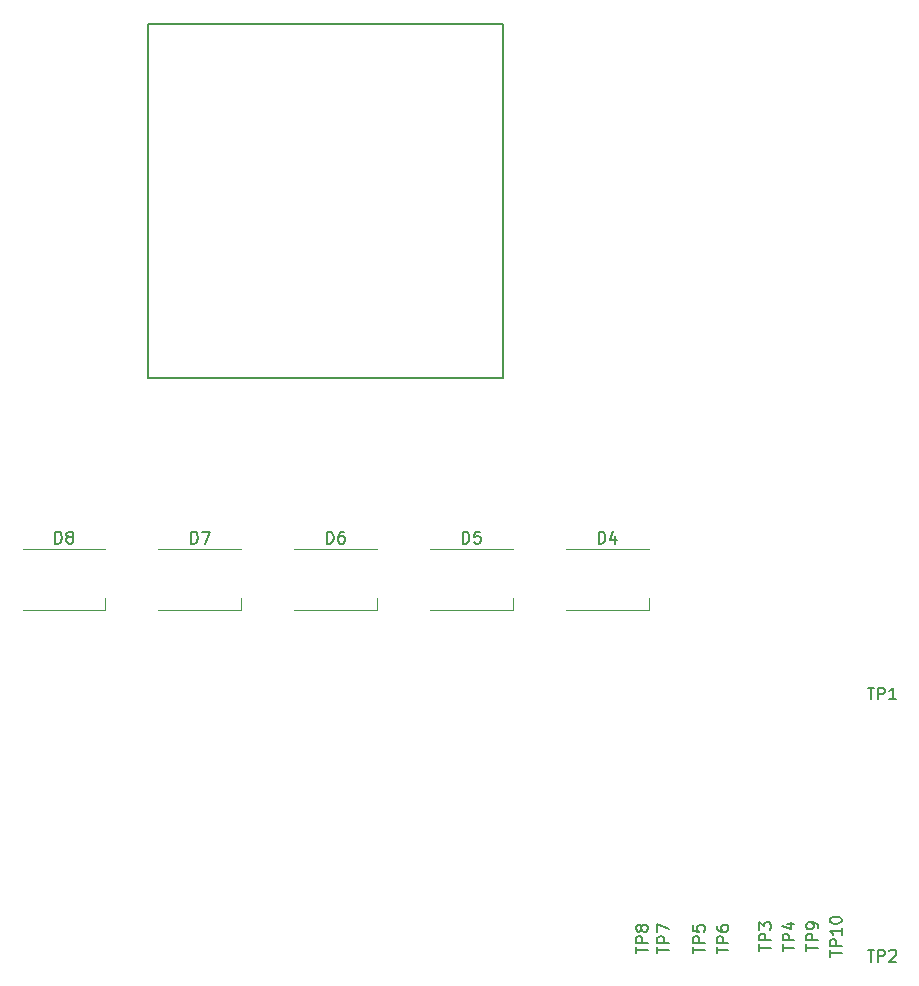
<source format=gto>
G04 #@! TF.FileFunction,Legend,Top*
%FSLAX46Y46*%
G04 Gerber Fmt 4.6, Leading zero omitted, Abs format (unit mm)*
G04 Created by KiCad (PCBNEW 4.0.7) date Thu Dec  7 16:12:30 2017*
%MOMM*%
%LPD*%
G01*
G04 APERTURE LIST*
%ADD10C,0.100000*%
%ADD11C,0.150000*%
%ADD12C,0.120000*%
G04 APERTURE END LIST*
D10*
D11*
X119650000Y-85550000D02*
X119650000Y-55550000D01*
X149650000Y-85550000D02*
X119650000Y-85550000D01*
X149650000Y-55550000D02*
X149650000Y-85550000D01*
X119650000Y-55550000D02*
X149650000Y-55550000D01*
D12*
X155000000Y-100000000D02*
X162000000Y-100000000D01*
X155000000Y-105200000D02*
X162000000Y-105200000D01*
X162000000Y-105200000D02*
X162000000Y-104200000D01*
X143500000Y-100000000D02*
X150500000Y-100000000D01*
X143500000Y-105200000D02*
X150500000Y-105200000D01*
X150500000Y-105200000D02*
X150500000Y-104200000D01*
X132000000Y-100000000D02*
X139000000Y-100000000D01*
X132000000Y-105200000D02*
X139000000Y-105200000D01*
X139000000Y-105200000D02*
X139000000Y-104200000D01*
X120500000Y-100000000D02*
X127500000Y-100000000D01*
X120500000Y-105200000D02*
X127500000Y-105200000D01*
X127500000Y-105200000D02*
X127500000Y-104200000D01*
X109000000Y-100000000D02*
X116000000Y-100000000D01*
X109000000Y-105200000D02*
X116000000Y-105200000D01*
X116000000Y-105200000D02*
X116000000Y-104200000D01*
D11*
X157761905Y-99552381D02*
X157761905Y-98552381D01*
X158000000Y-98552381D01*
X158142858Y-98600000D01*
X158238096Y-98695238D01*
X158285715Y-98790476D01*
X158333334Y-98980952D01*
X158333334Y-99123810D01*
X158285715Y-99314286D01*
X158238096Y-99409524D01*
X158142858Y-99504762D01*
X158000000Y-99552381D01*
X157761905Y-99552381D01*
X159190477Y-98885714D02*
X159190477Y-99552381D01*
X158952381Y-98504762D02*
X158714286Y-99219048D01*
X159333334Y-99219048D01*
X146261905Y-99552381D02*
X146261905Y-98552381D01*
X146500000Y-98552381D01*
X146642858Y-98600000D01*
X146738096Y-98695238D01*
X146785715Y-98790476D01*
X146833334Y-98980952D01*
X146833334Y-99123810D01*
X146785715Y-99314286D01*
X146738096Y-99409524D01*
X146642858Y-99504762D01*
X146500000Y-99552381D01*
X146261905Y-99552381D01*
X147738096Y-98552381D02*
X147261905Y-98552381D01*
X147214286Y-99028571D01*
X147261905Y-98980952D01*
X147357143Y-98933333D01*
X147595239Y-98933333D01*
X147690477Y-98980952D01*
X147738096Y-99028571D01*
X147785715Y-99123810D01*
X147785715Y-99361905D01*
X147738096Y-99457143D01*
X147690477Y-99504762D01*
X147595239Y-99552381D01*
X147357143Y-99552381D01*
X147261905Y-99504762D01*
X147214286Y-99457143D01*
X134761905Y-99552381D02*
X134761905Y-98552381D01*
X135000000Y-98552381D01*
X135142858Y-98600000D01*
X135238096Y-98695238D01*
X135285715Y-98790476D01*
X135333334Y-98980952D01*
X135333334Y-99123810D01*
X135285715Y-99314286D01*
X135238096Y-99409524D01*
X135142858Y-99504762D01*
X135000000Y-99552381D01*
X134761905Y-99552381D01*
X136190477Y-98552381D02*
X136000000Y-98552381D01*
X135904762Y-98600000D01*
X135857143Y-98647619D01*
X135761905Y-98790476D01*
X135714286Y-98980952D01*
X135714286Y-99361905D01*
X135761905Y-99457143D01*
X135809524Y-99504762D01*
X135904762Y-99552381D01*
X136095239Y-99552381D01*
X136190477Y-99504762D01*
X136238096Y-99457143D01*
X136285715Y-99361905D01*
X136285715Y-99123810D01*
X136238096Y-99028571D01*
X136190477Y-98980952D01*
X136095239Y-98933333D01*
X135904762Y-98933333D01*
X135809524Y-98980952D01*
X135761905Y-99028571D01*
X135714286Y-99123810D01*
X123261905Y-99552381D02*
X123261905Y-98552381D01*
X123500000Y-98552381D01*
X123642858Y-98600000D01*
X123738096Y-98695238D01*
X123785715Y-98790476D01*
X123833334Y-98980952D01*
X123833334Y-99123810D01*
X123785715Y-99314286D01*
X123738096Y-99409524D01*
X123642858Y-99504762D01*
X123500000Y-99552381D01*
X123261905Y-99552381D01*
X124166667Y-98552381D02*
X124833334Y-98552381D01*
X124404762Y-99552381D01*
X111761905Y-99552381D02*
X111761905Y-98552381D01*
X112000000Y-98552381D01*
X112142858Y-98600000D01*
X112238096Y-98695238D01*
X112285715Y-98790476D01*
X112333334Y-98980952D01*
X112333334Y-99123810D01*
X112285715Y-99314286D01*
X112238096Y-99409524D01*
X112142858Y-99504762D01*
X112000000Y-99552381D01*
X111761905Y-99552381D01*
X112904762Y-98980952D02*
X112809524Y-98933333D01*
X112761905Y-98885714D01*
X112714286Y-98790476D01*
X112714286Y-98742857D01*
X112761905Y-98647619D01*
X112809524Y-98600000D01*
X112904762Y-98552381D01*
X113095239Y-98552381D01*
X113190477Y-98600000D01*
X113238096Y-98647619D01*
X113285715Y-98742857D01*
X113285715Y-98790476D01*
X113238096Y-98885714D01*
X113190477Y-98933333D01*
X113095239Y-98980952D01*
X112904762Y-98980952D01*
X112809524Y-99028571D01*
X112761905Y-99076190D01*
X112714286Y-99171429D01*
X112714286Y-99361905D01*
X112761905Y-99457143D01*
X112809524Y-99504762D01*
X112904762Y-99552381D01*
X113095239Y-99552381D01*
X113190477Y-99504762D01*
X113238096Y-99457143D01*
X113285715Y-99361905D01*
X113285715Y-99171429D01*
X113238096Y-99076190D01*
X113190477Y-99028571D01*
X113095239Y-98980952D01*
X180538095Y-111752381D02*
X181109524Y-111752381D01*
X180823809Y-112752381D02*
X180823809Y-111752381D01*
X181442857Y-112752381D02*
X181442857Y-111752381D01*
X181823810Y-111752381D01*
X181919048Y-111800000D01*
X181966667Y-111847619D01*
X182014286Y-111942857D01*
X182014286Y-112085714D01*
X181966667Y-112180952D01*
X181919048Y-112228571D01*
X181823810Y-112276190D01*
X181442857Y-112276190D01*
X182966667Y-112752381D02*
X182395238Y-112752381D01*
X182680952Y-112752381D02*
X182680952Y-111752381D01*
X182585714Y-111895238D01*
X182490476Y-111990476D01*
X182395238Y-112038095D01*
X180538095Y-133952381D02*
X181109524Y-133952381D01*
X180823809Y-134952381D02*
X180823809Y-133952381D01*
X181442857Y-134952381D02*
X181442857Y-133952381D01*
X181823810Y-133952381D01*
X181919048Y-134000000D01*
X181966667Y-134047619D01*
X182014286Y-134142857D01*
X182014286Y-134285714D01*
X181966667Y-134380952D01*
X181919048Y-134428571D01*
X181823810Y-134476190D01*
X181442857Y-134476190D01*
X182395238Y-134047619D02*
X182442857Y-134000000D01*
X182538095Y-133952381D01*
X182776191Y-133952381D01*
X182871429Y-134000000D01*
X182919048Y-134047619D01*
X182966667Y-134142857D01*
X182966667Y-134238095D01*
X182919048Y-134380952D01*
X182347619Y-134952381D01*
X182966667Y-134952381D01*
X171352381Y-134061905D02*
X171352381Y-133490476D01*
X172352381Y-133776191D02*
X171352381Y-133776191D01*
X172352381Y-133157143D02*
X171352381Y-133157143D01*
X171352381Y-132776190D01*
X171400000Y-132680952D01*
X171447619Y-132633333D01*
X171542857Y-132585714D01*
X171685714Y-132585714D01*
X171780952Y-132633333D01*
X171828571Y-132680952D01*
X171876190Y-132776190D01*
X171876190Y-133157143D01*
X171352381Y-132252381D02*
X171352381Y-131633333D01*
X171733333Y-131966667D01*
X171733333Y-131823809D01*
X171780952Y-131728571D01*
X171828571Y-131680952D01*
X171923810Y-131633333D01*
X172161905Y-131633333D01*
X172257143Y-131680952D01*
X172304762Y-131728571D01*
X172352381Y-131823809D01*
X172352381Y-132109524D01*
X172304762Y-132204762D01*
X172257143Y-132252381D01*
X173352381Y-134061905D02*
X173352381Y-133490476D01*
X174352381Y-133776191D02*
X173352381Y-133776191D01*
X174352381Y-133157143D02*
X173352381Y-133157143D01*
X173352381Y-132776190D01*
X173400000Y-132680952D01*
X173447619Y-132633333D01*
X173542857Y-132585714D01*
X173685714Y-132585714D01*
X173780952Y-132633333D01*
X173828571Y-132680952D01*
X173876190Y-132776190D01*
X173876190Y-133157143D01*
X173685714Y-131728571D02*
X174352381Y-131728571D01*
X173304762Y-131966667D02*
X174019048Y-132204762D01*
X174019048Y-131585714D01*
X165752381Y-134261905D02*
X165752381Y-133690476D01*
X166752381Y-133976191D02*
X165752381Y-133976191D01*
X166752381Y-133357143D02*
X165752381Y-133357143D01*
X165752381Y-132976190D01*
X165800000Y-132880952D01*
X165847619Y-132833333D01*
X165942857Y-132785714D01*
X166085714Y-132785714D01*
X166180952Y-132833333D01*
X166228571Y-132880952D01*
X166276190Y-132976190D01*
X166276190Y-133357143D01*
X165752381Y-131880952D02*
X165752381Y-132357143D01*
X166228571Y-132404762D01*
X166180952Y-132357143D01*
X166133333Y-132261905D01*
X166133333Y-132023809D01*
X166180952Y-131928571D01*
X166228571Y-131880952D01*
X166323810Y-131833333D01*
X166561905Y-131833333D01*
X166657143Y-131880952D01*
X166704762Y-131928571D01*
X166752381Y-132023809D01*
X166752381Y-132261905D01*
X166704762Y-132357143D01*
X166657143Y-132404762D01*
X167752381Y-134261905D02*
X167752381Y-133690476D01*
X168752381Y-133976191D02*
X167752381Y-133976191D01*
X168752381Y-133357143D02*
X167752381Y-133357143D01*
X167752381Y-132976190D01*
X167800000Y-132880952D01*
X167847619Y-132833333D01*
X167942857Y-132785714D01*
X168085714Y-132785714D01*
X168180952Y-132833333D01*
X168228571Y-132880952D01*
X168276190Y-132976190D01*
X168276190Y-133357143D01*
X167752381Y-131928571D02*
X167752381Y-132119048D01*
X167800000Y-132214286D01*
X167847619Y-132261905D01*
X167990476Y-132357143D01*
X168180952Y-132404762D01*
X168561905Y-132404762D01*
X168657143Y-132357143D01*
X168704762Y-132309524D01*
X168752381Y-132214286D01*
X168752381Y-132023809D01*
X168704762Y-131928571D01*
X168657143Y-131880952D01*
X168561905Y-131833333D01*
X168323810Y-131833333D01*
X168228571Y-131880952D01*
X168180952Y-131928571D01*
X168133333Y-132023809D01*
X168133333Y-132214286D01*
X168180952Y-132309524D01*
X168228571Y-132357143D01*
X168323810Y-132404762D01*
X162752381Y-134261905D02*
X162752381Y-133690476D01*
X163752381Y-133976191D02*
X162752381Y-133976191D01*
X163752381Y-133357143D02*
X162752381Y-133357143D01*
X162752381Y-132976190D01*
X162800000Y-132880952D01*
X162847619Y-132833333D01*
X162942857Y-132785714D01*
X163085714Y-132785714D01*
X163180952Y-132833333D01*
X163228571Y-132880952D01*
X163276190Y-132976190D01*
X163276190Y-133357143D01*
X162752381Y-132452381D02*
X162752381Y-131785714D01*
X163752381Y-132214286D01*
X160952381Y-134261905D02*
X160952381Y-133690476D01*
X161952381Y-133976191D02*
X160952381Y-133976191D01*
X161952381Y-133357143D02*
X160952381Y-133357143D01*
X160952381Y-132976190D01*
X161000000Y-132880952D01*
X161047619Y-132833333D01*
X161142857Y-132785714D01*
X161285714Y-132785714D01*
X161380952Y-132833333D01*
X161428571Y-132880952D01*
X161476190Y-132976190D01*
X161476190Y-133357143D01*
X161380952Y-132214286D02*
X161333333Y-132309524D01*
X161285714Y-132357143D01*
X161190476Y-132404762D01*
X161142857Y-132404762D01*
X161047619Y-132357143D01*
X161000000Y-132309524D01*
X160952381Y-132214286D01*
X160952381Y-132023809D01*
X161000000Y-131928571D01*
X161047619Y-131880952D01*
X161142857Y-131833333D01*
X161190476Y-131833333D01*
X161285714Y-131880952D01*
X161333333Y-131928571D01*
X161380952Y-132023809D01*
X161380952Y-132214286D01*
X161428571Y-132309524D01*
X161476190Y-132357143D01*
X161571429Y-132404762D01*
X161761905Y-132404762D01*
X161857143Y-132357143D01*
X161904762Y-132309524D01*
X161952381Y-132214286D01*
X161952381Y-132023809D01*
X161904762Y-131928571D01*
X161857143Y-131880952D01*
X161761905Y-131833333D01*
X161571429Y-131833333D01*
X161476190Y-131880952D01*
X161428571Y-131928571D01*
X161380952Y-132023809D01*
X175352381Y-134061905D02*
X175352381Y-133490476D01*
X176352381Y-133776191D02*
X175352381Y-133776191D01*
X176352381Y-133157143D02*
X175352381Y-133157143D01*
X175352381Y-132776190D01*
X175400000Y-132680952D01*
X175447619Y-132633333D01*
X175542857Y-132585714D01*
X175685714Y-132585714D01*
X175780952Y-132633333D01*
X175828571Y-132680952D01*
X175876190Y-132776190D01*
X175876190Y-133157143D01*
X176352381Y-132109524D02*
X176352381Y-131919048D01*
X176304762Y-131823809D01*
X176257143Y-131776190D01*
X176114286Y-131680952D01*
X175923810Y-131633333D01*
X175542857Y-131633333D01*
X175447619Y-131680952D01*
X175400000Y-131728571D01*
X175352381Y-131823809D01*
X175352381Y-132014286D01*
X175400000Y-132109524D01*
X175447619Y-132157143D01*
X175542857Y-132204762D01*
X175780952Y-132204762D01*
X175876190Y-132157143D01*
X175923810Y-132109524D01*
X175971429Y-132014286D01*
X175971429Y-131823809D01*
X175923810Y-131728571D01*
X175876190Y-131680952D01*
X175780952Y-131633333D01*
X177352381Y-134538095D02*
X177352381Y-133966666D01*
X178352381Y-134252381D02*
X177352381Y-134252381D01*
X178352381Y-133633333D02*
X177352381Y-133633333D01*
X177352381Y-133252380D01*
X177400000Y-133157142D01*
X177447619Y-133109523D01*
X177542857Y-133061904D01*
X177685714Y-133061904D01*
X177780952Y-133109523D01*
X177828571Y-133157142D01*
X177876190Y-133252380D01*
X177876190Y-133633333D01*
X178352381Y-132109523D02*
X178352381Y-132680952D01*
X178352381Y-132395238D02*
X177352381Y-132395238D01*
X177495238Y-132490476D01*
X177590476Y-132585714D01*
X177638095Y-132680952D01*
X177352381Y-131490476D02*
X177352381Y-131395237D01*
X177400000Y-131299999D01*
X177447619Y-131252380D01*
X177542857Y-131204761D01*
X177733333Y-131157142D01*
X177971429Y-131157142D01*
X178161905Y-131204761D01*
X178257143Y-131252380D01*
X178304762Y-131299999D01*
X178352381Y-131395237D01*
X178352381Y-131490476D01*
X178304762Y-131585714D01*
X178257143Y-131633333D01*
X178161905Y-131680952D01*
X177971429Y-131728571D01*
X177733333Y-131728571D01*
X177542857Y-131680952D01*
X177447619Y-131633333D01*
X177400000Y-131585714D01*
X177352381Y-131490476D01*
M02*

</source>
